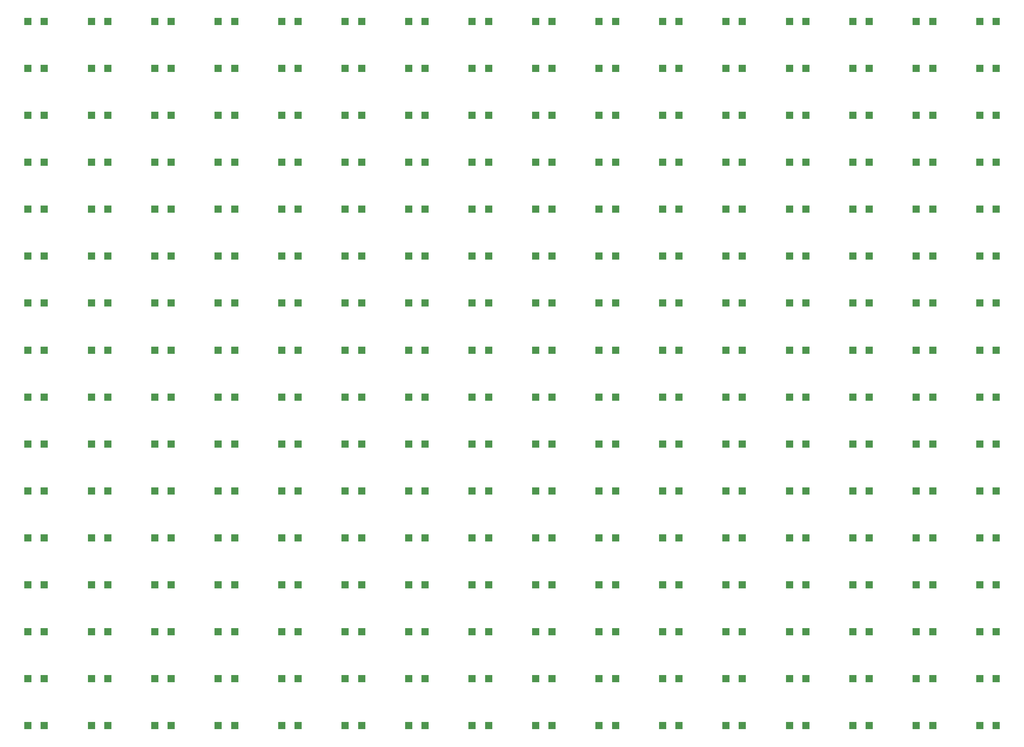
<source format=gbr>
G04 Layer_Color=8421504*
%FSLAX45Y45*%
%MOMM*%
%TF.FileFunction,Paste,Top*%
%TF.Part,Single*%
G01*
G75*
%TA.AperFunction,SMDPad,CuDef*%
%ADD10R,1.50000X1.50000*%
D10*
X14117000Y12625400D02*
D03*
X14467001D02*
D03*
X27616998Y11625402D02*
D03*
X27967001D02*
D03*
X28966998Y11625397D02*
D03*
X29317001D02*
D03*
X19516998Y11625402D02*
D03*
X19867001D02*
D03*
X28966998Y26625397D02*
D03*
X29317001D02*
D03*
X27616992D02*
D03*
X27966995D02*
D03*
X26266998D02*
D03*
X26617001D02*
D03*
X24916998D02*
D03*
X25267001D02*
D03*
X23566998D02*
D03*
X23917001D02*
D03*
X22216994D02*
D03*
X22566995D02*
D03*
X20866998D02*
D03*
X21217001D02*
D03*
X19516998D02*
D03*
X19867001D02*
D03*
X18166998D02*
D03*
X18517001D02*
D03*
X16817000D02*
D03*
X17167001D02*
D03*
X15467000D02*
D03*
X15817001D02*
D03*
X14117000D02*
D03*
X14467001D02*
D03*
X12767000D02*
D03*
X13117001D02*
D03*
X11417000D02*
D03*
X11767002D02*
D03*
X10067000D02*
D03*
X10417002D02*
D03*
X8716996D02*
D03*
X9066997D02*
D03*
X28966998Y25625394D02*
D03*
X29317001D02*
D03*
X27616992D02*
D03*
X27966995D02*
D03*
X26266992D02*
D03*
X26616995D02*
D03*
X24916994D02*
D03*
X25266995D02*
D03*
X23566998D02*
D03*
X23917001D02*
D03*
X22216994D02*
D03*
X22566995D02*
D03*
X20866998D02*
D03*
X21217001D02*
D03*
X19516998D02*
D03*
X19867001D02*
D03*
X18166998D02*
D03*
X18517001D02*
D03*
X16816995D02*
D03*
X17166995D02*
D03*
X15466995D02*
D03*
X15816997D02*
D03*
X14117000D02*
D03*
X14467001D02*
D03*
X12767000D02*
D03*
X13117001D02*
D03*
X11417000D02*
D03*
X11767002D02*
D03*
X10067000D02*
D03*
X10417002D02*
D03*
X8717001D02*
D03*
X9067002D02*
D03*
X28966998Y24625397D02*
D03*
X29317001D02*
D03*
X27616992D02*
D03*
X27966995D02*
D03*
X26266992D02*
D03*
X26616995D02*
D03*
X24916994D02*
D03*
X25266995D02*
D03*
X23566994D02*
D03*
X23916995D02*
D03*
X22216998D02*
D03*
X22567001D02*
D03*
X20866994D02*
D03*
X21216995D02*
D03*
X19516998D02*
D03*
X19867001D02*
D03*
X18166994D02*
D03*
X18516995D02*
D03*
X16816995D02*
D03*
X17166995D02*
D03*
X15466995D02*
D03*
X15816997D02*
D03*
X14117000D02*
D03*
X14467001D02*
D03*
X12767000D02*
D03*
X13117001D02*
D03*
X11417000D02*
D03*
X11767002D02*
D03*
X10067000D02*
D03*
X10417002D02*
D03*
X8716996D02*
D03*
X9066997D02*
D03*
X28966998Y23625398D02*
D03*
X29317001D02*
D03*
X27616998Y23625394D02*
D03*
X27967001D02*
D03*
X26266998D02*
D03*
X26617001D02*
D03*
X24916998D02*
D03*
X25267001D02*
D03*
X23566998D02*
D03*
X23917001D02*
D03*
X22216994D02*
D03*
X22566995D02*
D03*
X20866994D02*
D03*
X21216995D02*
D03*
X19516994D02*
D03*
X19866995D02*
D03*
X18166998D02*
D03*
X18517001D02*
D03*
X16816995D02*
D03*
X17166995D02*
D03*
X15466995D02*
D03*
X15816997D02*
D03*
X14116995D02*
D03*
X14466997D02*
D03*
X12767000D02*
D03*
X13117001D02*
D03*
X11416995D02*
D03*
X11766997D02*
D03*
X10067000D02*
D03*
X10417002D02*
D03*
X8717001D02*
D03*
X9067002D02*
D03*
X28966998Y22625395D02*
D03*
X29317001D02*
D03*
X27616998D02*
D03*
X27967001D02*
D03*
X26266998D02*
D03*
X26617001D02*
D03*
X24916998D02*
D03*
X25267001D02*
D03*
X23566998D02*
D03*
X23917001D02*
D03*
X22216994D02*
D03*
X22566995D02*
D03*
X20866994D02*
D03*
X21216995D02*
D03*
X19516998D02*
D03*
X19867001D02*
D03*
X18166994D02*
D03*
X18516995D02*
D03*
X16817000D02*
D03*
X17167001D02*
D03*
X15467000D02*
D03*
X15817001D02*
D03*
X14117000D02*
D03*
X14467001D02*
D03*
X12767000D02*
D03*
X13117001D02*
D03*
X11417000D02*
D03*
X11767002D02*
D03*
X10067000D02*
D03*
X10417002D02*
D03*
X8717001D02*
D03*
X9067002D02*
D03*
X28966998Y21625397D02*
D03*
X29317001D02*
D03*
X27616992D02*
D03*
X27966995D02*
D03*
X26266992D02*
D03*
X26616995D02*
D03*
X24916994D02*
D03*
X25266995D02*
D03*
X23566994D02*
D03*
X23916995D02*
D03*
X22216994D02*
D03*
X22566995D02*
D03*
X20866998D02*
D03*
X21217001D02*
D03*
X19516994D02*
D03*
X19866995D02*
D03*
X18166994D02*
D03*
X18516995D02*
D03*
X16816995D02*
D03*
X17166995D02*
D03*
X15466995D02*
D03*
X15816997D02*
D03*
X14117000D02*
D03*
X14467001D02*
D03*
X12767000D02*
D03*
X13117001D02*
D03*
X11416995D02*
D03*
X11766997D02*
D03*
X10067000D02*
D03*
X10417002D02*
D03*
X8717001D02*
D03*
X9067002D02*
D03*
X28966998Y20625398D02*
D03*
X29317001D02*
D03*
X27616992Y20625394D02*
D03*
X27966995D02*
D03*
X26266992D02*
D03*
X26616995D02*
D03*
X24916994D02*
D03*
X25266995D02*
D03*
X23566994D02*
D03*
X23916995D02*
D03*
X22216994D02*
D03*
X22566995D02*
D03*
X20866994D02*
D03*
X21216995D02*
D03*
X19516994D02*
D03*
X19866995D02*
D03*
X18166994D02*
D03*
X18516995D02*
D03*
X16816995D02*
D03*
X17166995D02*
D03*
X15466995D02*
D03*
X15816997D02*
D03*
X14117000D02*
D03*
X14467001D02*
D03*
X12766995D02*
D03*
X13116997D02*
D03*
X11416995D02*
D03*
X11766997D02*
D03*
X10066995D02*
D03*
X10416997D02*
D03*
X8716996D02*
D03*
X9066997D02*
D03*
X28966998Y19625397D02*
D03*
X29317001D02*
D03*
X27616992D02*
D03*
X27966995D02*
D03*
X26266992D02*
D03*
X26616995D02*
D03*
X24916994D02*
D03*
X25266995D02*
D03*
X23566994D02*
D03*
X23916995D02*
D03*
X22216998D02*
D03*
X22567001D02*
D03*
X20866998D02*
D03*
X21217001D02*
D03*
X19516998D02*
D03*
X19867001D02*
D03*
X18166994D02*
D03*
X18516995D02*
D03*
X16816995D02*
D03*
X17166995D02*
D03*
X15466995D02*
D03*
X15816997D02*
D03*
X14116995D02*
D03*
X14466997D02*
D03*
X12767000D02*
D03*
X13117001D02*
D03*
X11416995D02*
D03*
X11766997D02*
D03*
X10066995D02*
D03*
X10416997D02*
D03*
X8716996D02*
D03*
X9066997D02*
D03*
X28966998Y18625398D02*
D03*
X29317001D02*
D03*
X27616992D02*
D03*
X27966995D02*
D03*
X26266992D02*
D03*
X26616995D02*
D03*
X24916994D02*
D03*
X25266995D02*
D03*
X23566994D02*
D03*
X23916995D02*
D03*
X22216994D02*
D03*
X22566995D02*
D03*
X20866994D02*
D03*
X21216995D02*
D03*
X19516994D02*
D03*
X19866995D02*
D03*
X18166994D02*
D03*
X18516995D02*
D03*
X16817000D02*
D03*
X17167001D02*
D03*
X15466995D02*
D03*
X15816997D02*
D03*
X14116995D02*
D03*
X14466997D02*
D03*
X12766995D02*
D03*
X13116997D02*
D03*
X11416995D02*
D03*
X11766997D02*
D03*
X10066995D02*
D03*
X10416997D02*
D03*
X8716996D02*
D03*
X9066997D02*
D03*
X28966998Y17625395D02*
D03*
X29317001D02*
D03*
X27616998D02*
D03*
X27967001D02*
D03*
X26266998D02*
D03*
X26617001D02*
D03*
X24916998D02*
D03*
X25267001D02*
D03*
X23566998D02*
D03*
X23917001D02*
D03*
X22216998D02*
D03*
X22567001D02*
D03*
X20866998D02*
D03*
X21217001D02*
D03*
X19516998D02*
D03*
X19867001D02*
D03*
X18166998D02*
D03*
X18517001D02*
D03*
X16817000D02*
D03*
X17167001D02*
D03*
X15467000D02*
D03*
X15817001D02*
D03*
X14117000D02*
D03*
X14467001D02*
D03*
X12767000D02*
D03*
X13117001D02*
D03*
X11417000D02*
D03*
X11767002D02*
D03*
X10067000D02*
D03*
X10417002D02*
D03*
X8717001D02*
D03*
X9067002D02*
D03*
X28966998Y16625397D02*
D03*
X29317001D02*
D03*
X27616998D02*
D03*
X27967001D02*
D03*
X26266998D02*
D03*
X26617001D02*
D03*
X24916998D02*
D03*
X25267001D02*
D03*
X23566998D02*
D03*
X23917001D02*
D03*
X22216998D02*
D03*
X22567001D02*
D03*
X20866994D02*
D03*
X21216995D02*
D03*
X19516998D02*
D03*
X19867001D02*
D03*
X18166998D02*
D03*
X18517001D02*
D03*
X16816995D02*
D03*
X17166995D02*
D03*
X15466995D02*
D03*
X15816997D02*
D03*
X14116995D02*
D03*
X14466997D02*
D03*
X12766995D02*
D03*
X13116997D02*
D03*
X11416995D02*
D03*
X11766997D02*
D03*
X10066995D02*
D03*
X10416997D02*
D03*
X8716996D02*
D03*
X9066997D02*
D03*
X28966998Y15625398D02*
D03*
X29317001D02*
D03*
X27616998D02*
D03*
X27967001D02*
D03*
X26266998D02*
D03*
X26617001D02*
D03*
X24916998D02*
D03*
X25267001D02*
D03*
X23566994D02*
D03*
X23916995D02*
D03*
X22216994D02*
D03*
X22566995D02*
D03*
X20866998D02*
D03*
X21217001D02*
D03*
X19516998D02*
D03*
X19867001D02*
D03*
X18166994D02*
D03*
X18516995D02*
D03*
X16816995D02*
D03*
X17166995D02*
D03*
X15466995D02*
D03*
X15816997D02*
D03*
X14116995D02*
D03*
X14466997D02*
D03*
X12767000D02*
D03*
X13117001D02*
D03*
X11417000D02*
D03*
X11767002D02*
D03*
X10067000D02*
D03*
X10417002D02*
D03*
X8717001D02*
D03*
X9067002D02*
D03*
X28966998Y14625397D02*
D03*
X29317001D02*
D03*
X27616998Y14625401D02*
D03*
X27967001D02*
D03*
X26266992D02*
D03*
X26616995D02*
D03*
X24916994D02*
D03*
X25266995D02*
D03*
X23566994D02*
D03*
X23916995D02*
D03*
X22216994D02*
D03*
X22566995D02*
D03*
X20866994D02*
D03*
X21216995D02*
D03*
X19516994D02*
D03*
X19866995D02*
D03*
X18166994D02*
D03*
X18516995D02*
D03*
X16816995D02*
D03*
X17166995D02*
D03*
X15466995D02*
D03*
X15816997D02*
D03*
X14117000D02*
D03*
X14467001D02*
D03*
X12767000D02*
D03*
X13117001D02*
D03*
X11417000D02*
D03*
X11767002D02*
D03*
X10067000D02*
D03*
X10417002D02*
D03*
X8717001D02*
D03*
X9067002D02*
D03*
X28966998Y13625398D02*
D03*
X29317001D02*
D03*
X27616998D02*
D03*
X27967001D02*
D03*
X26266998D02*
D03*
X26617001D02*
D03*
X24916998D02*
D03*
X25267001D02*
D03*
X23566998D02*
D03*
X23917001D02*
D03*
X22216998D02*
D03*
X22567001D02*
D03*
X20866998D02*
D03*
X21217001D02*
D03*
X19516998D02*
D03*
X19867001D02*
D03*
X18166994D02*
D03*
X18516995D02*
D03*
X16817000D02*
D03*
X17167001D02*
D03*
X15467000D02*
D03*
X15817001D02*
D03*
X14116995D02*
D03*
X14466997D02*
D03*
X12766995D02*
D03*
X13116997D02*
D03*
X11417000D02*
D03*
X11767002D02*
D03*
X10066995D02*
D03*
X10416997D02*
D03*
X8716996D02*
D03*
X9066997D02*
D03*
X28966998Y12625400D02*
D03*
X29317001D02*
D03*
X27616992D02*
D03*
X27966995D02*
D03*
X26266992D02*
D03*
X26616995D02*
D03*
X24916998D02*
D03*
X25267001D02*
D03*
X23566994D02*
D03*
X23916995D02*
D03*
X22216998D02*
D03*
X22567001D02*
D03*
X20866998D02*
D03*
X21217001D02*
D03*
X19516998D02*
D03*
X19867001D02*
D03*
X18166994D02*
D03*
X18516995D02*
D03*
X16816995D02*
D03*
X17166995D02*
D03*
X15466995D02*
D03*
X15816997D02*
D03*
X12767000D02*
D03*
X13117001D02*
D03*
X11417000D02*
D03*
X11767002D02*
D03*
X10067000D02*
D03*
X10417002D02*
D03*
X8717001D02*
D03*
X9067002D02*
D03*
X26266992Y11625402D02*
D03*
X26616995D02*
D03*
X24916998D02*
D03*
X25266995D02*
D03*
X23566998D02*
D03*
X23917001D02*
D03*
X22216998D02*
D03*
X22566995D02*
D03*
X20866998D02*
D03*
X21217001D02*
D03*
X18166998D02*
D03*
X18516995D02*
D03*
X16817000D02*
D03*
X17167001D02*
D03*
X15467000D02*
D03*
X15817001D02*
D03*
X14117000D02*
D03*
X14466997D02*
D03*
X12767000D02*
D03*
X13117001D02*
D03*
X11416995D02*
D03*
X11766997D02*
D03*
X10067000D02*
D03*
X10416997D02*
D03*
X8717001D02*
D03*
X9067002D02*
D03*
%TF.MD5,77df438574a147aeeabc360bfda13b68*%
M02*

</source>
